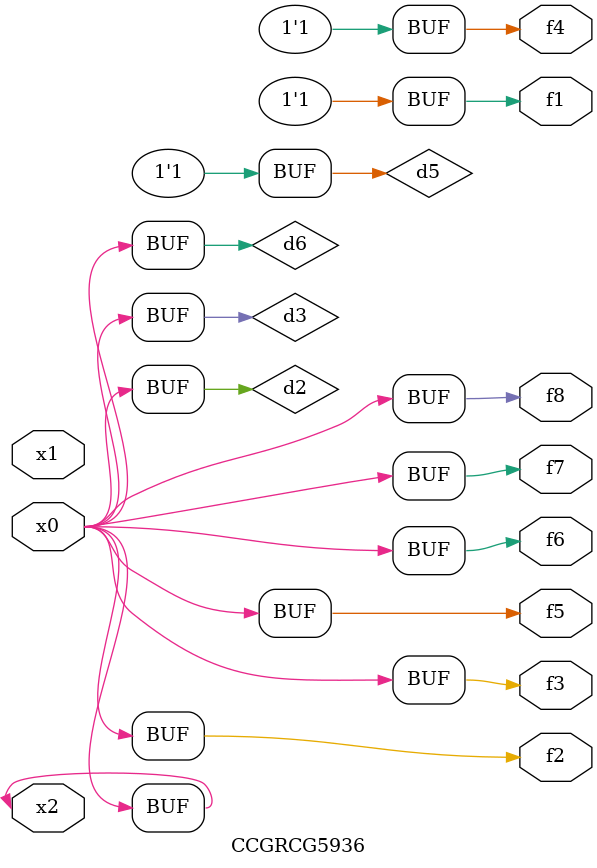
<source format=v>
module CCGRCG5936(
	input x0, x1, x2,
	output f1, f2, f3, f4, f5, f6, f7, f8
);

	wire d1, d2, d3, d4, d5, d6;

	xnor (d1, x2);
	buf (d2, x0, x2);
	and (d3, x0);
	xnor (d4, x1, x2);
	nand (d5, d1, d3);
	buf (d6, d2, d3);
	assign f1 = d5;
	assign f2 = d6;
	assign f3 = d6;
	assign f4 = d5;
	assign f5 = d6;
	assign f6 = d6;
	assign f7 = d6;
	assign f8 = d6;
endmodule

</source>
